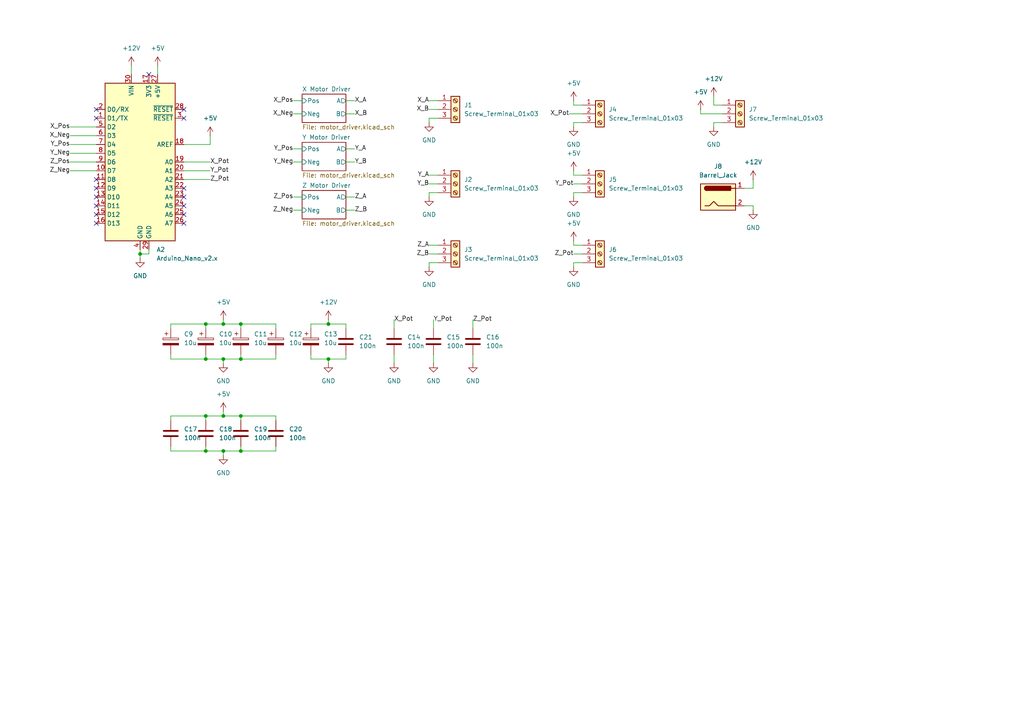
<source format=kicad_sch>
(kicad_sch (version 20231120) (generator "eeschema") (generator_version "8.0")
  (paper "A4")
  (lib_symbols
    (symbol "Connector:Barrel_Jack" (pin_names (offset 1.016))
      (property "Reference" "J" (at 0 5.334 0))
      (property "Value" "Barrel_Jack" (at 0 -5.08 0))
      (symbol "Barrel_Jack_0_1"
        (rectangle (start -5.08 3.81) (end 5.08 -3.81) (stroke (width 0.254)) (fill (type background)))
        (arc (start -3.302 3.175) (mid -3.9343 2.54) (end -3.302 1.905) (stroke (width 0.254)))
        (arc (start -3.302 3.175) (mid -3.9343 2.54) (end -3.302 1.905) (stroke (width 0.254)) (fill (type outline)))
        (polyline (pts (xy 5.08 2.54) (xy 3.81 2.54)) (stroke (width 0.254)))
        (polyline (pts (xy -3.81 -2.54) (xy -2.54 -2.54) (xy -1.27 -1.27) (xy 0 -2.54) (xy 2.54 -2.54) (xy 5.08 -2.54)) (stroke (width 0.254)))
        (rectangle (start 3.683 3.175) (end -3.302 1.905) (stroke (width 0.254)) (fill (type outline)))
      )
      (symbol "Barrel_Jack_1_1"
        (pin passive line (at 7.62 2.54 180) (length 2.54) (name "~") (number "1"))
        (pin passive line (at 7.62 -2.54 180) (length 2.54) (name "~") (number "2"))
      )
    )
    (symbol "Connector:Screw_Terminal_01x03" (pin_names (offset 1.016) hide)
      (property "Reference" "J" (at 0 5.08 0))
      (property "Value" "Screw_Terminal_01x03" (at 0 -5.08 0))
      (symbol "Screw_Terminal_01x03_1_1"
        (rectangle (start -1.27 3.81) (end 1.27 -3.81) (stroke (width 0.254)) (fill (type background)))
        (circle (center 0 -2.54) (radius 0.635) (stroke (width 0.1524)))
        (polyline (pts (xy -0.5334 -2.2098) (xy 0.3302 -3.048)) (stroke (width 0.1524)))
        (polyline (pts (xy -0.5334 0.3302) (xy 0.3302 -0.508)) (stroke (width 0.1524)))
        (polyline (pts (xy -0.5334 2.8702) (xy 0.3302 2.032)) (stroke (width 0.1524)))
        (polyline (pts (xy -0.3556 -2.032) (xy 0.508 -2.8702)) (stroke (width 0.1524)))
        (polyline (pts (xy -0.3556 0.508) (xy 0.508 -0.3302)) (stroke (width 0.1524)))
        (polyline (pts (xy -0.3556 3.048) (xy 0.508 2.2098)) (stroke (width 0.1524)))
        (circle (center 0 0) (radius 0.635) (stroke (width 0.1524)))
        (circle (center 0 2.54) (radius 0.635) (stroke (width 0.1524)))
        (pin passive line (at -5.08 2.54 0) (length 3.81) (name "Pin_1") (number "1"))
        (pin passive line (at -5.08 0 0) (length 3.81) (name "Pin_2") (number "2"))
        (pin passive line (at -5.08 -2.54 0) (length 3.81) (name "Pin_3") (number "3"))
      )
    )
    (symbol "Device:C" (pin_numbers hide) (pin_names (offset 0.254))
      (property "Reference" "C" (at 0.635 2.54 0))
      (property "Value" "C" (at 0.635 -2.54 0))
      (symbol "C_0_1"
        (polyline (pts (xy -2.032 -0.762) (xy 2.032 -0.762)) (stroke (width 0.508)))
        (polyline (pts (xy -2.032 0.762) (xy 2.032 0.762)) (stroke (width 0.508)))
      )
      (symbol "C_1_1"
        (pin passive line (at 0 3.81 270) (length 2.794) (name "~") (number "1"))
        (pin passive line (at 0 -3.81 90) (length 2.794) (name "~") (number "2"))
      )
    )
    (symbol "Device:C_Polarized" (pin_numbers hide) (pin_names (offset 0.254))
      (property "Reference" "C" (at 0.635 2.54 0))
      (property "Value" "C_Polarized" (at 0.635 -2.54 0))
      (symbol "C_Polarized_0_1"
        (rectangle (start -2.286 0.508) (end 2.286 1.016))
        (polyline (pts (xy -1.778 2.286) (xy -0.762 2.286)))
        (polyline (pts (xy -1.27 2.794) (xy -1.27 1.778)))
        (rectangle (start 2.286 -0.508) (end -2.286 -1.016) (fill (type outline)))
      )
      (symbol "C_Polarized_1_1"
        (pin passive line (at 0 3.81 270) (length 2.794) (name "~") (number "1"))
        (pin passive line (at 0 -3.81 90) (length 2.794) (name "~") (number "2"))
      )
    )
    (symbol "MCU_Module:Arduino_Nano_v2.x"
      (property "Reference" "A" (at -10.16 23.495 0))
      (property "Value" "Arduino_Nano_v2.x" (at 5.08 -24.13 0))
      (symbol "Arduino_Nano_v2.x_0_1"
        (rectangle (start -10.16 22.86) (end 10.16 -22.86) (stroke (width 0.254)) (fill (type background)))
      )
      (symbol "Arduino_Nano_v2.x_1_1"
        (pin bidirectional line (at -12.7 12.7 0) (length 2.54) (name "D1/TX") (number "1"))
        (pin bidirectional line (at -12.7 -2.54 0) (length 2.54) (name "D7") (number "10"))
        (pin bidirectional line (at -12.7 -5.08 0) (length 2.54) (name "D8") (number "11"))
        (pin bidirectional line (at -12.7 -7.62 0) (length 2.54) (name "D9") (number "12"))
        (pin bidirectional line (at -12.7 -10.16 0) (length 2.54) (name "D10") (number "13"))
        (pin bidirectional line (at -12.7 -12.7 0) (length 2.54) (name "D11") (number "14"))
        (pin bidirectional line (at -12.7 -15.24 0) (length 2.54) (name "D12") (number "15"))
        (pin bidirectional line (at -12.7 -17.78 0) (length 2.54) (name "D13") (number "16"))
        (pin power_out line (at 2.54 25.4 270) (length 2.54) (name "3V3") (number "17"))
        (pin input line (at 12.7 5.08 180) (length 2.54) (name "AREF") (number "18"))
        (pin bidirectional line (at 12.7 0 180) (length 2.54) (name "A0") (number "19"))
        (pin bidirectional line (at -12.7 15.24 0) (length 2.54) (name "D0/RX") (number "2"))
        (pin bidirectional line (at 12.7 -2.54 180) (length 2.54) (name "A1") (number "20"))
        (pin bidirectional line (at 12.7 -5.08 180) (length 2.54) (name "A2") (number "21"))
        (pin bidirectional line (at 12.7 -7.62 180) (length 2.54) (name "A3") (number "22"))
        (pin bidirectional line (at 12.7 -10.16 180) (length 2.54) (name "A4") (number "23"))
        (pin bidirectional line (at 12.7 -12.7 180) (length 2.54) (name "A5") (number "24"))
        (pin bidirectional line (at 12.7 -15.24 180) (length 2.54) (name "A6") (number "25"))
        (pin bidirectional line (at 12.7 -17.78 180) (length 2.54) (name "A7") (number "26"))
        (pin power_out line (at 5.08 25.4 270) (length 2.54) (name "+5V") (number "27"))
        (pin input line (at 12.7 15.24 180) (length 2.54) (name "~{RESET}") (number "28"))
        (pin power_in line (at 2.54 -25.4 90) (length 2.54) (name "GND") (number "29"))
        (pin input line (at 12.7 12.7 180) (length 2.54) (name "~{RESET}") (number "3"))
        (pin power_in line (at -2.54 25.4 270) (length 2.54) (name "VIN") (number "30"))
        (pin power_in line (at 0 -25.4 90) (length 2.54) (name "GND") (number "4"))
        (pin bidirectional line (at -12.7 10.16 0) (length 2.54) (name "D2") (number "5"))
        (pin bidirectional line (at -12.7 7.62 0) (length 2.54) (name "D3") (number "6"))
        (pin bidirectional line (at -12.7 5.08 0) (length 2.54) (name "D4") (number "7"))
        (pin bidirectional line (at -12.7 2.54 0) (length 2.54) (name "D5") (number "8"))
        (pin bidirectional line (at -12.7 0 0) (length 2.54) (name "D6") (number "9"))
      )
    )
    (symbol "power:+5V" (power) (pin_numbers hide) (pin_names (offset 0) hide)
      (property "Value" "+5V" (at 0 3.556 0))
      (symbol "+5V_0_1"
        (polyline (pts (xy -0.762 1.27) (xy 0 2.54)))
        (polyline (pts (xy 0 0) (xy 0 2.54)))
        (polyline (pts (xy 0 2.54) (xy 0.762 1.27)))
      )
      (symbol "+5V_1_1"
        (pin power_in line (at 0 0 90) (length 0) (name "~") (number "1"))
      )
    )
    (symbol "power:GND" (power) (pin_numbers hide) (pin_names (offset 0) hide)
      (property "Value" "GND" (at 0 -3.81 0))
      (symbol "GND_0_1"
        (polyline (pts (xy 0 0) (xy 0 -1.27) (xy 1.27 -1.27) (xy 0 -2.54) (xy -1.27 -1.27) (xy 0 -1.27)))
      )
      (symbol "GND_1_1"
        (pin power_in line (at 0 0 270) (length 0) (name "~") (number "1"))
      )
    )
  )
  (junction (at 64.77 130.81))
  (junction (at 69.85 120.65))
  (junction (at 59.69 93.98))
  (junction (at 69.85 93.98))
  (junction (at 59.69 130.81))
  (junction (at 69.85 104.14))
  (junction (at 69.85 130.81))
  (junction (at 64.77 104.14))
  (junction (at 59.69 120.65))
  (junction (at 59.69 104.14))
  (junction (at 95.25 93.98))
  (junction (at 40.64 73.66))
  (junction (at 64.77 120.65))
  (junction (at 95.25 104.14))
  (junction (at 64.77 93.98))
  (no_connect (at 27.94 54.61))
  (no_connect (at 53.34 31.75))
  (no_connect (at 43.18 21.59))
  (no_connect (at 27.94 62.23))
  (no_connect (at 27.94 57.15))
  (no_connect (at 27.94 52.07))
  (no_connect (at 53.34 57.15))
  (no_connect (at 27.94 31.75))
  (no_connect (at 53.34 59.69))
  (no_connect (at 53.34 54.61))
  (no_connect (at 53.34 64.77))
  (no_connect (at 53.34 34.29))
  (no_connect (at 27.94 34.29))
  (no_connect (at 53.34 62.23))
  (no_connect (at 27.94 59.69))
  (no_connect (at 27.94 64.77))
  (wire (pts (xy 124.46 53.34) (xy 127 53.34)))
  (wire (pts (xy 90.17 102.87) (xy 90.17 104.14)))
  (wire (pts (xy 127 34.29) (xy 124.46 34.29)))
  (wire (pts (xy 53.34 49.53) (xy 60.96 49.53)))
  (wire (pts (xy 85.09 43.18) (xy 87.63 43.18)))
  (wire (pts (xy 59.69 93.98) (xy 49.53 93.98)))
  (wire (pts (xy 69.85 120.65) (xy 64.77 120.65)))
  (wire (pts (xy 85.09 46.99) (xy 87.63 46.99)))
  (wire (pts (xy 80.01 104.14) (xy 69.85 104.14)))
  (wire (pts (xy 215.9 59.69) (xy 218.44 59.69)))
  (wire (pts (xy 43.18 73.66) (xy 43.18 72.39)))
  (wire (pts (xy 45.72 19.05) (xy 45.72 21.59)))
  (wire (pts (xy 102.87 43.18) (xy 100.33 43.18)))
  (wire (pts (xy 64.77 93.98) (xy 59.69 93.98)))
  (wire (pts (xy 49.53 93.98) (xy 49.53 95.25)))
  (wire (pts (xy 209.55 30.48) (xy 207.01 30.48)))
  (wire (pts (xy 80.01 129.54) (xy 80.01 130.81)))
  (wire (pts (xy 207.01 30.48) (xy 207.01 27.94)))
  (wire (pts (xy 20.32 41.91) (xy 27.94 41.91)))
  (wire (pts (xy 124.46 31.75) (xy 127 31.75)))
  (wire (pts (xy 85.09 29.21) (xy 87.63 29.21)))
  (wire (pts (xy 127 55.88) (xy 124.46 55.88)))
  (wire (pts (xy 166.37 53.34) (xy 168.91 53.34)))
  (wire (pts (xy 100.33 102.87) (xy 100.33 104.14)))
  (wire (pts (xy 166.37 73.66) (xy 168.91 73.66)))
  (wire (pts (xy 124.46 50.8) (xy 127 50.8)))
  (wire (pts (xy 95.25 104.14) (xy 95.25 105.41)))
  (wire (pts (xy 59.69 95.25) (xy 59.69 93.98)))
  (wire (pts (xy 168.91 50.8) (xy 166.37 50.8)))
  (wire (pts (xy 64.77 119.38) (xy 64.77 120.65)))
  (wire (pts (xy 166.37 50.8) (xy 166.37 49.53)))
  (wire (pts (xy 53.34 52.07) (xy 60.96 52.07)))
  (wire (pts (xy 166.37 30.48) (xy 166.37 29.21)))
  (wire (pts (xy 60.96 41.91) (xy 53.34 41.91)))
  (wire (pts (xy 100.33 104.14) (xy 95.25 104.14)))
  (wire (pts (xy 218.44 59.69) (xy 218.44 60.96)))
  (wire (pts (xy 124.46 55.88) (xy 124.46 57.15)))
  (wire (pts (xy 59.69 129.54) (xy 59.69 130.81)))
  (wire (pts (xy 49.53 129.54) (xy 49.53 130.81)))
  (wire (pts (xy 114.3 102.87) (xy 114.3 105.41)))
  (wire (pts (xy 168.91 30.48) (xy 166.37 30.48)))
  (wire (pts (xy 114.3 92.71) (xy 114.3 95.25)))
  (wire (pts (xy 69.85 120.65) (xy 69.85 121.92)))
  (wire (pts (xy 80.01 121.92) (xy 80.01 120.65)))
  (wire (pts (xy 64.77 120.65) (xy 59.69 120.65)))
  (wire (pts (xy 85.09 33.02) (xy 87.63 33.02)))
  (wire (pts (xy 124.46 34.29) (xy 124.46 35.56)))
  (wire (pts (xy 40.64 73.66) (xy 43.18 73.66)))
  (wire (pts (xy 102.87 33.02) (xy 100.33 33.02)))
  (wire (pts (xy 59.69 121.92) (xy 59.69 120.65)))
  (wire (pts (xy 90.17 93.98) (xy 90.17 95.25)))
  (wire (pts (xy 203.2 33.02) (xy 209.55 33.02)))
  (wire (pts (xy 102.87 57.15) (xy 100.33 57.15)))
  (wire (pts (xy 166.37 35.56) (xy 166.37 36.83)))
  (wire (pts (xy 69.85 104.14) (xy 64.77 104.14)))
  (wire (pts (xy 80.01 93.98) (xy 69.85 93.98)))
  (wire (pts (xy 166.37 71.12) (xy 166.37 69.85)))
  (wire (pts (xy 102.87 60.96) (xy 100.33 60.96)))
  (wire (pts (xy 69.85 102.87) (xy 69.85 104.14)))
  (wire (pts (xy 49.53 102.87) (xy 49.53 104.14)))
  (wire (pts (xy 69.85 130.81) (xy 64.77 130.81)))
  (wire (pts (xy 100.33 93.98) (xy 95.25 93.98)))
  (wire (pts (xy 64.77 130.81) (xy 59.69 130.81)))
  (wire (pts (xy 124.46 71.12) (xy 127 71.12)))
  (wire (pts (xy 124.46 73.66) (xy 127 73.66)))
  (wire (pts (xy 80.01 102.87) (xy 80.01 104.14)))
  (wire (pts (xy 209.55 35.56) (xy 207.01 35.56)))
  (wire (pts (xy 125.73 92.71) (xy 125.73 95.25)))
  (wire (pts (xy 218.44 54.61) (xy 215.9 54.61)))
  (wire (pts (xy 69.85 93.98) (xy 69.85 95.25)))
  (wire (pts (xy 207.01 35.56) (xy 207.01 36.83)))
  (wire (pts (xy 40.64 72.39) (xy 40.64 73.66)))
  (wire (pts (xy 137.16 102.87) (xy 137.16 105.41)))
  (wire (pts (xy 59.69 102.87) (xy 59.69 104.14)))
  (wire (pts (xy 166.37 55.88) (xy 166.37 57.15)))
  (wire (pts (xy 64.77 130.81) (xy 64.77 132.08)))
  (wire (pts (xy 137.16 92.71) (xy 137.16 95.25)))
  (wire (pts (xy 124.46 29.21) (xy 127 29.21)))
  (wire (pts (xy 218.44 52.07) (xy 218.44 54.61)))
  (wire (pts (xy 100.33 95.25) (xy 100.33 93.98)))
  (wire (pts (xy 168.91 35.56) (xy 166.37 35.56)))
  (wire (pts (xy 80.01 95.25) (xy 80.01 93.98)))
  (wire (pts (xy 168.91 76.2) (xy 166.37 76.2)))
  (wire (pts (xy 20.32 46.99) (xy 27.94 46.99)))
  (wire (pts (xy 38.1 19.05) (xy 38.1 21.59)))
  (wire (pts (xy 168.91 71.12) (xy 166.37 71.12)))
  (wire (pts (xy 59.69 120.65) (xy 49.53 120.65)))
  (wire (pts (xy 69.85 129.54) (xy 69.85 130.81)))
  (wire (pts (xy 20.32 39.37) (xy 27.94 39.37)))
  (wire (pts (xy 80.01 130.81) (xy 69.85 130.81)))
  (wire (pts (xy 102.87 29.21) (xy 100.33 29.21)))
  (wire (pts (xy 20.32 44.45) (xy 27.94 44.45)))
  (wire (pts (xy 102.87 46.99) (xy 100.33 46.99)))
  (wire (pts (xy 168.91 55.88) (xy 166.37 55.88)))
  (wire (pts (xy 53.34 46.99) (xy 60.96 46.99)))
  (wire (pts (xy 40.64 73.66) (xy 40.64 74.93)))
  (wire (pts (xy 127 76.2) (xy 124.46 76.2)))
  (wire (pts (xy 59.69 104.14) (xy 49.53 104.14)))
  (wire (pts (xy 20.32 36.83) (xy 27.94 36.83)))
  (wire (pts (xy 49.53 120.65) (xy 49.53 121.92)))
  (wire (pts (xy 69.85 93.98) (xy 64.77 93.98)))
  (wire (pts (xy 95.25 104.14) (xy 90.17 104.14)))
  (wire (pts (xy 64.77 104.14) (xy 59.69 104.14)))
  (wire (pts (xy 124.46 76.2) (xy 124.46 77.47)))
  (wire (pts (xy 203.2 33.02) (xy 203.2 31.75)))
  (wire (pts (xy 85.09 57.15) (xy 87.63 57.15)))
  (wire (pts (xy 165.1 33.02) (xy 168.91 33.02)))
  (wire (pts (xy 95.25 93.98) (xy 90.17 93.98)))
  (wire (pts (xy 125.73 102.87) (xy 125.73 105.41)))
  (wire (pts (xy 95.25 92.71) (xy 95.25 93.98)))
  (wire (pts (xy 85.09 60.96) (xy 87.63 60.96)))
  (wire (pts (xy 64.77 104.14) (xy 64.77 105.41)))
  (wire (pts (xy 80.01 120.65) (xy 69.85 120.65)))
  (wire (pts (xy 64.77 92.71) (xy 64.77 93.98)))
  (wire (pts (xy 60.96 41.91) (xy 60.96 39.37)))
  (wire (pts (xy 20.32 49.53) (xy 27.94 49.53)))
  (wire (pts (xy 59.69 130.81) (xy 49.53 130.81)))
  (wire (pts (xy 166.37 76.2) (xy 166.37 77.47)))
  (label "X_Pot" (at 60.96 46.99 0))
  (label "Z_Pos" (at 20.32 46.99 180))
  (label "X_Pot" (at 114.3 92.71 0))
  (label "Z_Pot" (at 166.37 73.66 180))
  (label "Z_A" (at 124.46 71.12 180))
  (label "Y_Neg" (at 20.32 44.45 180))
  (label "X_Pos" (at 85.09 29.21 180))
  (label "Z_Neg" (at 85.09 60.96 180))
  (label "Z_Pot" (at 137.16 92.71 0))
  (label "Z_Neg" (at 20.32 49.53 180))
  (label "Y_B" (at 102.87 46.99 0))
  (label "Y_A" (at 124.46 50.8 180))
  (label "Y_Pos" (at 20.32 41.91 180))
  (label "X_Pos" (at 20.32 36.83 180))
  (label "X_Neg" (at 85.09 33.02 180))
  (label "Y_Pot" (at 60.96 49.53 0))
  (label "X_A" (at 124.46 29.21 180))
  (label "Y_Pot" (at 125.73 92.71 0))
  (label "X_Neg" (at 20.32 39.37 180))
  (label "Z_Pos" (at 85.09 57.15 180))
  (label "Z_A" (at 102.87 57.15 0))
  (label "Y_Pos" (at 85.09 43.18 180))
  (label "X_B" (at 124.46 31.75 180))
  (label "Z_B" (at 124.46 73.66 180))
  (label "Y_Pot" (at 166.37 53.34 180))
  (label "Y_B" (at 124.46 53.34 180))
  (label "Z_Pot" (at 60.96 52.07 0))
  (label "X_Pot" (at 165.1 33.02 180))
  (label "Z_B" (at 102.87 60.96 0))
  (label "X_A" (at 102.87 29.21 0))
  (label "Y_A" (at 102.87 43.18 0))
  (label "Y_Neg" (at 85.09 46.99 180))
  (label "X_B" (at 102.87 33.02 0))
  (symbol (lib_id "Connector:Screw_Terminal_01x03") (at 214.63 33.02 0) (unit 1)
    (property "Reference" "J7" (at 217.17 31.7499 0) (effects (justify left)))
    (property "Value" "Screw_Terminal_01x03" (at 217.17 34.2899 0) (effects (justify left)))
    (property "Description" "Generic screw terminal, single row, 01x03, script generated (kicad-library-utils/schlib/autogen/connector/)" (effects (hide yes)))
  )
  (symbol (lib_id "Connector:Screw_Terminal_01x03") (at 173.99 33.02 0) (unit 1)
    (property "Reference" "J4" (at 176.53 31.7499 0) (effects (justify left)))
    (property "Value" "Screw_Terminal_01x03" (at 176.53 34.2899 0) (effects (justify left)))
    (property "Description" "Generic screw terminal, single row, 01x03, script generated (kicad-library-utils/schlib/autogen/connector/)" (effects (hide yes)))
  )
  (symbol (lib_id "power:+5V") (at 166.37 69.85 0) (unit 1)
    (property "Reference" "#PWR034" (effects (hide yes)))
    (property "Value" "+5V" (at 166.37 64.77 0))
    (property "Description" "Power symbol creates a global label with name \"+5V\"" (effects (hide yes)))
  )
  (symbol (lib_id "power:GND") (at 124.46 57.15 0) (unit 1)
    (property "Reference" "#PWR017" (effects (hide yes)))
    (property "Value" "GND" (at 124.46 62.23 0))
    (property "Description" "Power symbol creates a global label with name \"GND\" , ground" (effects (hide yes)))
  )
  (symbol (lib_id "Connector:Screw_Terminal_01x03") (at 132.08 73.66 0) (unit 1)
    (property "Reference" "J3" (at 134.62 72.3899 0) (effects (justify left)))
    (property "Value" "Screw_Terminal_01x03" (at 134.62 74.9299 0) (effects (justify left)))
    (property "Description" "Generic screw terminal, single row, 01x03, script generated (kicad-library-utils/schlib/autogen/connector/)" (effects (hide yes)))
  )
  (symbol (lib_id "Connector:Barrel_Jack") (at 208.28 57.15 0) (unit 1)
    (property "Reference" "J8" (at 208.28 48.26 0))
    (property "Value" "Barrel_Jack" (at 208.28 50.8 0))
    (property "Description" "DC Barrel Jack" (effects (hide yes)))
  )
  (symbol (lib_id "power:+5V") (at 38.1 19.05 0) (unit 1)
    (property "Reference" "#PWR02" (effects (hide yes)))
    (property "Value" "+12V" (at 38.1 13.97 0))
    (property "Description" "Power symbol creates a global label with name \"+5V\"" (effects (hide yes)))
  )
  (symbol (lib_id "power:GND") (at 166.37 36.83 0) (unit 1)
    (property "Reference" "#PWR029" (effects (hide yes)))
    (property "Value" "GND" (at 166.37 41.91 0))
    (property "Description" "Power symbol creates a global label with name \"GND\" , ground" (effects (hide yes)))
  )
  (symbol (lib_id "Device:C") (at 125.73 99.06 0) (unit 1)
    (property "Reference" "C15" (at 129.54 97.7899 0) (effects (justify left)))
    (property "Value" "100n" (at 129.54 100.3299 0) (effects (justify left)))
    (property "Description" "Unpolarized capacitor" (effects (hide yes)))
  )
  (symbol (lib_id "power:GND") (at 124.46 77.47 0) (unit 1)
    (property "Reference" "#PWR028" (effects (hide yes)))
    (property "Value" "GND" (at 124.46 82.55 0))
    (property "Description" "Power symbol creates a global label with name \"GND\" , ground" (effects (hide yes)))
  )
  (symbol (lib_id "power:GND") (at 125.73 105.41 0) (unit 1)
    (property "Reference" "#PWR09" (effects (hide yes)))
    (property "Value" "GND" (at 125.73 110.49 0))
    (property "Description" "Power symbol creates a global label with name \"GND\" , ground" (effects (hide yes)))
  )
  (symbol (lib_id "Device:C") (at 80.01 125.73 0) (unit 1)
    (property "Reference" "C20" (at 83.82 124.4599 0) (effects (justify left)))
    (property "Value" "100n" (at 83.82 126.9999 0) (effects (justify left)))
    (property "Description" "Unpolarized capacitor" (effects (hide yes)))
  )
  (symbol (lib_id "Device:C") (at 59.69 125.73 0) (unit 1)
    (property "Reference" "C18" (at 63.5 124.4599 0) (effects (justify left)))
    (property "Value" "100n" (at 63.5 126.9999 0) (effects (justify left)))
    (property "Description" "Unpolarized capacitor" (effects (hide yes)))
  )
  (symbol (lib_id "Connector:Screw_Terminal_01x03") (at 132.08 53.34 0) (unit 1)
    (property "Reference" "J2" (at 134.62 52.0699 0) (effects (justify left)))
    (property "Value" "Screw_Terminal_01x03" (at 134.62 54.6099 0) (effects (justify left)))
    (property "Description" "Generic screw terminal, single row, 01x03, script generated (kicad-library-utils/schlib/autogen/connector/)" (effects (hide yes)))
  )
  (symbol (lib_id "Device:C_Polarized") (at 59.69 99.06 0) (unit 1)
    (property "Reference" "C10" (at 63.5 96.9009 0) (effects (justify left)))
    (property "Value" "10u" (at 63.5 99.4409 0) (effects (justify left)))
    (property "Description" "Polarized capacitor" (effects (hide yes)))
  )
  (symbol (lib_id "Device:C_Polarized") (at 69.85 99.06 0) (unit 1)
    (property "Reference" "C11" (at 73.66 96.9009 0) (effects (justify left)))
    (property "Value" "10u" (at 73.66 99.4409 0) (effects (justify left)))
    (property "Description" "Polarized capacitor" (effects (hide yes)))
  )
  (symbol (lib_id "power:+5V") (at 64.77 119.38 0) (unit 1)
    (property "Reference" "#PWR012" (effects (hide yes)))
    (property "Value" "+5V" (at 64.77 114.3 0))
    (property "Description" "Power symbol creates a global label with name \"+5V\"" (effects (hide yes)))
  )
  (symbol (lib_id "Connector:Screw_Terminal_01x03") (at 173.99 73.66 0) (unit 1)
    (property "Reference" "J6" (at 176.53 72.3899 0) (effects (justify left)))
    (property "Value" "Screw_Terminal_01x03" (at 176.53 74.9299 0) (effects (justify left)))
    (property "Description" "Generic screw terminal, single row, 01x03, script generated (kicad-library-utils/schlib/autogen/connector/)" (effects (hide yes)))
  )
  (symbol (lib_id "power:GND") (at 64.77 132.08 0) (unit 1)
    (property "Reference" "#PWR014" (effects (hide yes)))
    (property "Value" "GND" (at 64.77 137.16 0))
    (property "Description" "Power symbol creates a global label with name \"GND\" , ground" (effects (hide yes)))
  )
  (symbol (lib_id "power:+5V") (at 60.96 39.37 0) (unit 1)
    (property "Reference" "#PWR015" (effects (hide yes)))
    (property "Value" "+5V" (at 60.96 34.29 0))
    (property "Description" "Power symbol creates a global label with name \"+5V\"" (effects (hide yes)))
  )
  (symbol (lib_id "power:GND") (at 124.46 35.56 0) (unit 1)
    (property "Reference" "#PWR016" (effects (hide yes)))
    (property "Value" "GND" (at 124.46 40.64 0))
    (property "Description" "Power symbol creates a global label with name \"GND\" , ground" (effects (hide yes)))
  )
  (symbol (lib_id "Device:C") (at 100.33 99.06 0) (unit 1)
    (property "Reference" "C21" (at 104.14 97.7899 0) (effects (justify left)))
    (property "Value" "100n" (at 104.14 100.3299 0) (effects (justify left)))
    (property "Description" "Unpolarized capacitor" (effects (hide yes)))
  )
  (symbol (lib_id "Connector:Screw_Terminal_01x03") (at 173.99 53.34 0) (unit 1)
    (property "Reference" "J5" (at 176.53 52.0699 0) (effects (justify left)))
    (property "Value" "Screw_Terminal_01x03" (at 176.53 54.6099 0) (effects (justify left)))
    (property "Description" "Generic screw terminal, single row, 01x03, script generated (kicad-library-utils/schlib/autogen/connector/)" (effects (hide yes)))
  )
  (symbol (lib_id "power:GND") (at 166.37 57.15 0) (unit 1)
    (property "Reference" "#PWR030" (effects (hide yes)))
    (property "Value" "GND" (at 166.37 62.23 0))
    (property "Description" "Power symbol creates a global label with name \"GND\" , ground" (effects (hide yes)))
  )
  (symbol (lib_id "power:GND") (at 207.01 36.83 0) (unit 1)
    (property "Reference" "#PWR037" (effects (hide yes)))
    (property "Value" "GND" (at 207.01 41.91 0))
    (property "Description" "Power symbol creates a global label with name \"GND\" , ground" (effects (hide yes)))
  )
  (symbol (lib_id "power:+5V") (at 203.2 31.75 0) (unit 1)
    (property "Reference" "#PWR036" (effects (hide yes)))
    (property "Value" "+5V" (at 203.2 26.67 0))
    (property "Description" "Power symbol creates a global label with name \"+5V\"" (effects (hide yes)))
  )
  (symbol (lib_id "Device:C_Polarized") (at 90.17 99.06 0) (unit 1)
    (property "Reference" "C13" (at 93.98 96.9009 0) (effects (justify left)))
    (property "Value" "10u" (at 93.98 99.4409 0) (effects (justify left)))
    (property "Description" "Polarized capacitor" (effects (hide yes)))
  )
  (symbol (lib_id "power:+5V") (at 207.01 27.94 0) (unit 1)
    (property "Reference" "#PWR035" (effects (hide yes)))
    (property "Value" "+12V" (at 207.01 22.86 0))
    (property "Description" "Power symbol creates a global label with name \"+5V\"" (effects (hide yes)))
  )
  (symbol (lib_id "power:+5V") (at 218.44 52.07 0) (unit 1)
    (property "Reference" "#PWR038" (effects (hide yes)))
    (property "Value" "+12V" (at 218.44 46.99 0))
    (property "Description" "Power symbol creates a global label with name \"+5V\"" (effects (hide yes)))
  )
  (symbol (lib_id "power:GND") (at 64.77 105.41 0) (unit 1)
    (property "Reference" "#PWR05" (effects (hide yes)))
    (property "Value" "GND" (at 64.77 110.49 0))
    (property "Description" "Power symbol creates a global label with name \"GND\" , ground" (effects (hide yes)))
  )
  (symbol (lib_id "Device:C") (at 137.16 99.06 0) (unit 1)
    (property "Reference" "C16" (at 140.97 97.7899 0) (effects (justify left)))
    (property "Value" "100n" (at 140.97 100.3299 0) (effects (justify left)))
    (property "Description" "Unpolarized capacitor" (effects (hide yes)))
  )
  (symbol (lib_id "power:GND") (at 137.16 105.41 0) (unit 1)
    (property "Reference" "#PWR010" (effects (hide yes)))
    (property "Value" "GND" (at 137.16 110.49 0))
    (property "Description" "Power symbol creates a global label with name \"GND\" , ground" (effects (hide yes)))
  )
  (symbol (lib_id "MCU_Module:Arduino_Nano_v2.x") (at 40.64 46.99 0) (unit 1)
    (property "Reference" "A2" (at 45.3741 72.39 0) (effects (justify left)))
    (property "Value" "Arduino_Nano_v2.x" (at 45.3741 74.93 0) (effects (justify left)))
    (property "Footprint" "Module:Arduino_Nano" (effects (hide yes)))
    (property "Datasheet" "https://www.arduino.cc/en/uploads/Main/ArduinoNanoManual23.pdf" (effects (hide yes)))
    (property "Description" "Arduino Nano v2.x" (effects (hide yes)))
  )
  (symbol (lib_id "Connector:Screw_Terminal_01x03") (at 132.08 31.75 0) (unit 1)
    (property "Reference" "J1" (at 134.62 30.4799 0) (effects (justify left)))
    (property "Value" "Screw_Terminal_01x03" (at 134.62 33.0199 0) (effects (justify left)))
    (property "Description" "Generic screw terminal, single row, 01x03, script generated (kicad-library-utils/schlib/autogen/connector/)" (effects (hide yes)))
  )
  (symbol (lib_id "power:GND") (at 114.3 105.41 0) (unit 1)
    (property "Reference" "#PWR08" (effects (hide yes)))
    (property "Value" "GND" (at 114.3 110.49 0))
    (property "Description" "Power symbol creates a global label with name \"GND\" , ground" (effects (hide yes)))
  )
  (symbol (lib_id "power:GND") (at 95.25 105.41 0) (unit 1)
    (property "Reference" "#PWR07" (effects (hide yes)))
    (property "Value" "GND" (at 95.25 110.49 0))
    (property "Description" "Power symbol creates a global label with name \"GND\" , ground" (effects (hide yes)))
  )
  (symbol (lib_id "Device:C") (at 49.53 125.73 0) (unit 1)
    (property "Reference" "C17" (at 53.34 124.4599 0) (effects (justify left)))
    (property "Value" "100n" (at 53.34 126.9999 0) (effects (justify left)))
    (property "Description" "Unpolarized capacitor" (effects (hide yes)))
  )
  (symbol (lib_id "power:+5V") (at 95.25 92.71 0) (unit 1)
    (property "Reference" "#PWR06" (effects (hide yes)))
    (property "Value" "+12V" (at 95.25 87.63 0))
    (property "Description" "Power symbol creates a global label with name \"+5V\"" (effects (hide yes)))
  )
  (symbol (lib_id "power:GND") (at 218.44 60.96 0) (mirror y) (unit 1)
    (property "Reference" "#PWR039" (effects (hide yes)))
    (property "Value" "GND" (at 218.44 66.04 0))
    (property "Description" "Power symbol creates a global label with name \"GND\" , ground" (effects (hide yes)))
  )
  (symbol (lib_id "power:+5V") (at 166.37 29.21 0) (unit 1)
    (property "Reference" "#PWR032" (effects (hide yes)))
    (property "Value" "+5V" (at 166.37 24.13 0))
    (property "Description" "Power symbol creates a global label with name \"+5V\"" (effects (hide yes)))
  )
  (symbol (lib_id "power:+5V") (at 45.72 19.05 0) (unit 1)
    (property "Reference" "#PWR03" (effects (hide yes)))
    (property "Value" "+5V" (at 45.72 13.97 0))
    (property "Description" "Power symbol creates a global label with name \"+5V\"" (effects (hide yes)))
  )
  (symbol (lib_id "power:+5V") (at 166.37 49.53 0) (unit 1)
    (property "Reference" "#PWR033" (effects (hide yes)))
    (property "Value" "+5V" (at 166.37 44.45 0))
    (property "Description" "Power symbol creates a global label with name \"+5V\"" (effects (hide yes)))
  )
  (symbol (lib_id "Device:C") (at 69.85 125.73 0) (unit 1)
    (property "Reference" "C19" (at 73.66 124.4599 0) (effects (justify left)))
    (property "Value" "100n" (at 73.66 126.9999 0) (effects (justify left)))
    (property "Description" "Unpolarized capacitor" (effects (hide yes)))
  )
  (symbol (lib_id "power:+5V") (at 64.77 92.71 0) (unit 1)
    (property "Reference" "#PWR04" (effects (hide yes)))
    (property "Value" "+5V" (at 64.77 87.63 0))
    (property "Description" "Power symbol creates a global label with name \"+5V\"" (effects (hide yes)))
  )
  (symbol (lib_id "Device:C_Polarized") (at 80.01 99.06 0) (unit 1)
    (property "Reference" "C12" (at 83.82 96.9009 0) (effects (justify left)))
    (property "Value" "10u" (at 83.82 99.4409 0) (effects (justify left)))
    (property "Description" "Polarized capacitor" (effects (hide yes)))
  )
  (symbol (lib_id "Device:C_Polarized") (at 49.53 99.06 0) (unit 1)
    (property "Reference" "C9" (at 53.34 96.9009 0) (effects (justify left)))
    (property "Value" "10u" (at 53.34 99.4409 0) (effects (justify left)))
    (property "Description" "Polarized capacitor" (effects (hide yes)))
  )
  (symbol (lib_id "power:GND") (at 166.37 77.47 0) (unit 1)
    (property "Reference" "#PWR031" (effects (hide yes)))
    (property "Value" "GND" (at 166.37 82.55 0))
    (property "Description" "Power symbol creates a global label with name \"GND\" , ground" (effects (hide yes)))
  )
  (symbol (lib_id "Device:C") (at 114.3 99.06 0) (unit 1)
    (property "Reference" "C14" (at 118.11 97.7899 0) (effects (justify left)))
    (property "Value" "100n" (at 118.11 100.3299 0) (effects (justify left)))
    (property "Description" "Unpolarized capacitor" (effects (hide yes)))
  )
  (symbol (lib_id "power:GND") (at 40.64 74.93 0) (unit 1)
    (property "Reference" "#PWR01" (effects (hide yes)))
    (property "Value" "GND" (at 40.64 80.01 0))
    (property "Description" "Power symbol creates a global label with name \"GND\" , ground" (effects (hide yes)))
  )
  (sheet (at 87.63 55.245) (size 12.7 8.255) (stroke (width 0.1524))
    (property "Sheetname" "Z Motor Driver" (at 87.63 54.5334 0) (effects (justify left bottom)))
    (property "Sheetfile" "motor_driver.kicad_sch" (at 87.63 64.0846 0) (effects (justify left top)))
    (pin "A" output (at 100.33 57.15 0))
    (pin "Pos" input (at 87.63 57.15 180))
    (pin "Neg" input (at 87.63 60.96 180))
    (pin "B" output (at 100.33 60.96 0))
  )
  (sheet (at 87.63 41.275) (size 12.7 8.255) (stroke (width 0.1524))
    (property "Sheetname" "Y Motor Driver" (at 87.63 40.5634 0) (effects (justify left bottom)))
    (property "Sheetfile" "motor_driver.kicad_sch" (at 87.63 50.1146 0) (effects (justify left top)))
    (pin "A" output (at 100.33 43.18 0))
    (pin "Pos" input (at 87.63 43.18 180))
    (pin "Neg" input (at 87.63 46.99 180))
    (pin "B" output (at 100.33 46.99 0))
  )
  (sheet (at 87.63 27.305) (size 12.7 8.255) (stroke (width 0.1524))
    (property "Sheetname" "X Motor Driver" (at 87.63 26.5934 0) (effects (justify left bottom)))
    (property "Sheetfile" "motor_driver.kicad_sch" (at 87.63 36.1446 0) (effects (justify left top)))
    (pin "A" output (at 100.33 29.21 0))
    (pin "Pos" input (at 87.63 29.21 180))
    (pin "Neg" input (at 87.63 33.02 180))
    (pin "B" output (at 100.33 33.02 0))
  )
)
</source>
